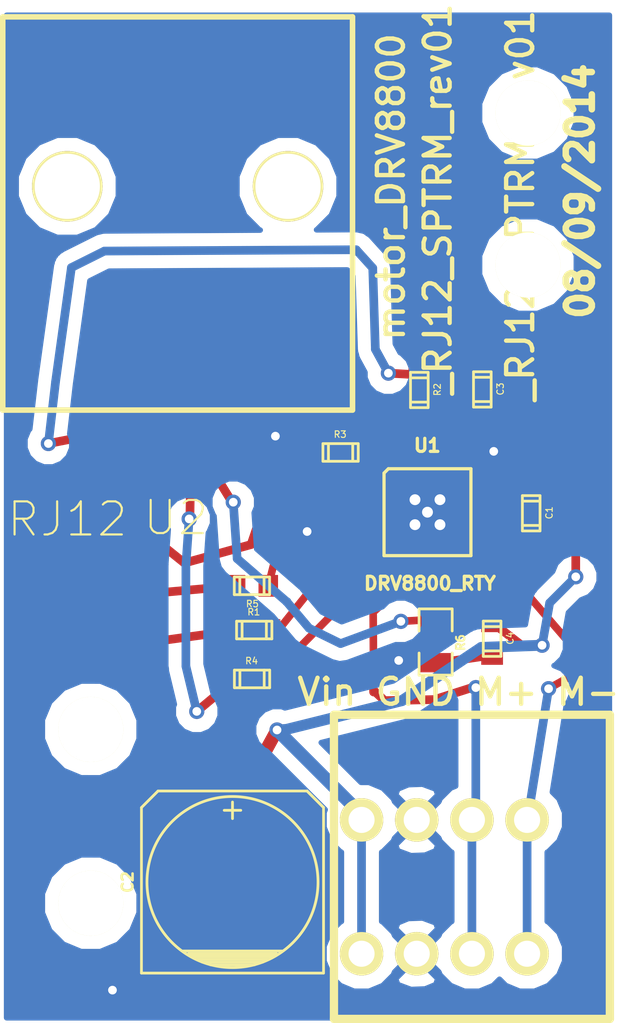
<source format=kicad_pcb>
(kicad_pcb (version 3) (host pcbnew "(2013-08-24 BZR 4298)-stable")

  (general
    (links 38)
    (no_connects 0)
    (area 33.497999 19.97347 66.721429 70.090501)
    (thickness 1.6)
    (drawings 5)
    (tracks 151)
    (zones 0)
    (modules 17)
    (nets 18)
  )

  (page A)
  (layers
    (15 F.Cu signal)
    (0 B.Cu signal)
    (16 B.Adhes user)
    (17 F.Adhes user)
    (18 B.Paste user)
    (19 F.Paste user)
    (20 B.SilkS user)
    (21 F.SilkS user)
    (22 B.Mask user)
    (23 F.Mask user)
    (24 Dwgs.User user)
    (25 Cmts.User user)
    (26 Eco1.User user)
    (27 Eco2.User user)
    (28 Edge.Cuts user)
  )

  (setup
    (last_trace_width 0.25)
    (user_trace_width 0.2)
    (user_trace_width 0.25)
    (user_trace_width 0.3)
    (user_trace_width 0.35)
    (user_trace_width 0.4)
    (user_trace_width 0.5)
    (user_trace_width 0.6)
    (user_trace_width 0.7)
    (user_trace_width 0.8)
    (user_trace_width 0.9)
    (user_trace_width 1)
    (user_trace_width 2)
    (trace_clearance 0.2)
    (zone_clearance 0.6)
    (zone_45_only no)
    (trace_min 0.1)
    (segment_width 0.2)
    (edge_width 0.1)
    (via_size 0.7)
    (via_drill 0.4)
    (via_min_size 0.7)
    (via_min_drill 0.4)
    (uvia_size 0.4)
    (uvia_drill 0.127)
    (uvias_allowed no)
    (uvia_min_size 0.4)
    (uvia_min_drill 0.127)
    (pcb_text_width 0.3)
    (pcb_text_size 1.5 1.5)
    (mod_edge_width 0.15)
    (mod_text_size 1 1)
    (mod_text_width 0.15)
    (pad_size 2 2)
    (pad_drill 1.2)
    (pad_to_mask_clearance 0)
    (aux_axis_origin 0 0)
    (visible_elements 7FFFFFFF)
    (pcbplotparams
      (layerselection 284983297)
      (usegerberextensions true)
      (excludeedgelayer true)
      (linewidth 0.150000)
      (plotframeref false)
      (viasonmask false)
      (mode 1)
      (useauxorigin false)
      (hpglpennumber 1)
      (hpglpenspeed 20)
      (hpglpendiameter 15)
      (hpglpenoverlay 2)
      (psnegative false)
      (psa4output false)
      (plotreference true)
      (plotvalue true)
      (plotothertext true)
      (plotinvisibletext false)
      (padsonsilk false)
      (subtractmaskfromsilk false)
      (outputformat 1)
      (mirror false)
      (drillshape 0)
      (scaleselection 1)
      (outputdirectory ""))
  )

  (net 0 "")
  (net 1 CS)
  (net 2 GND)
  (net 3 MODE)
  (net 4 Motor1OutA)
  (net 5 Motor1OutB)
  (net 6 N-000001)
  (net 7 N-0000015)
  (net 8 N-0000017)
  (net 9 N-0000019)
  (net 10 N-000002)
  (net 11 N-0000021)
  (net 12 N-0000022)
  (net 13 N-000008)
  (net 14 PHASE)
  (net 15 PWM)
  (net 16 VDD)
  (net 17 Vin)

  (net_class Default "This is the default net class."
    (clearance 0.2)
    (trace_width 0.25)
    (via_dia 0.7)
    (via_drill 0.4)
    (uvia_dia 0.4)
    (uvia_drill 0.127)
    (add_net "")
    (add_net CS)
    (add_net GND)
    (add_net MODE)
    (add_net Motor1OutA)
    (add_net Motor1OutB)
    (add_net N-000001)
    (add_net N-0000015)
    (add_net N-0000017)
    (add_net N-0000019)
    (add_net N-000002)
    (add_net N-0000021)
    (add_net N-0000022)
    (add_net N-000008)
    (add_net PHASE)
    (add_net PWM)
    (add_net VDD)
    (add_net Vin)
  )

  (module TED_SM0603 (layer F.Cu) (tedit 53E16D63) (tstamp 537EB075)
    (at 49.375 43.625)
    (descr "SMT capacitor, 0603")
    (path /5260A766)
    (fp_text reference R3 (at -0.02 -0.83) (layer F.SilkS)
      (effects (font (size 0.3 0.3) (thickness 0.05)))
    )
    (fp_text value 1k (at 0 0.88) (layer F.SilkS) hide
      (effects (font (size 0.3 0.3) (thickness 0.05)))
    )
    (fp_line (start 0.5588 0.4064) (end 0.5588 -0.4064) (layer F.SilkS) (width 0.127))
    (fp_line (start -0.5588 -0.381) (end -0.5588 0.4064) (layer F.SilkS) (width 0.127))
    (fp_line (start -0.8128 -0.4064) (end 0.8128 -0.4064) (layer F.SilkS) (width 0.127))
    (fp_line (start 0.8128 -0.4064) (end 0.8128 0.4064) (layer F.SilkS) (width 0.127))
    (fp_line (start 0.8128 0.4064) (end -0.8128 0.4064) (layer F.SilkS) (width 0.127))
    (fp_line (start -0.8128 0.4064) (end -0.8128 -0.4064) (layer F.SilkS) (width 0.127))
    (pad 2 smd rect (at 0.75184 0) (size 0.89916 1.00076)
      (layers F.Cu F.Paste F.Mask)
      (net 3 MODE)
      (clearance 0.1)
    )
    (pad 1 smd rect (at -0.75184 0) (size 0.89916 1.00076)
      (layers F.Cu F.Paste F.Mask)
      (net 8 N-0000017)
      (clearance 0.1)
    )
    (model smd/capacitors/c_0603.wrl
      (at (xyz 0 0 0))
      (scale (xyz 1 1 1))
      (rotate (xyz 0 0 0))
    )
  )

  (module TED_SM0603 (layer F.Cu) (tedit 53E16D63) (tstamp 537EB081)
    (at 45.295 49.765 180)
    (descr "SMT capacitor, 0603")
    (path /5260A77F)
    (fp_text reference R5 (at -0.02 -0.83 180) (layer F.SilkS)
      (effects (font (size 0.3 0.3) (thickness 0.05)))
    )
    (fp_text value 1k (at 0 0.88 180) (layer F.SilkS) hide
      (effects (font (size 0.3 0.3) (thickness 0.05)))
    )
    (fp_line (start 0.5588 0.4064) (end 0.5588 -0.4064) (layer F.SilkS) (width 0.127))
    (fp_line (start -0.5588 -0.381) (end -0.5588 0.4064) (layer F.SilkS) (width 0.127))
    (fp_line (start -0.8128 -0.4064) (end 0.8128 -0.4064) (layer F.SilkS) (width 0.127))
    (fp_line (start 0.8128 -0.4064) (end 0.8128 0.4064) (layer F.SilkS) (width 0.127))
    (fp_line (start 0.8128 0.4064) (end -0.8128 0.4064) (layer F.SilkS) (width 0.127))
    (fp_line (start -0.8128 0.4064) (end -0.8128 -0.4064) (layer F.SilkS) (width 0.127))
    (pad 2 smd rect (at 0.75184 0 180) (size 0.89916 1.00076)
      (layers F.Cu F.Paste F.Mask)
      (net 9 N-0000019)
      (clearance 0.1)
    )
    (pad 1 smd rect (at -0.75184 0 180) (size 0.89916 1.00076)
      (layers F.Cu F.Paste F.Mask)
      (net 14 PHASE)
      (clearance 0.1)
    )
    (model smd/capacitors/c_0603.wrl
      (at (xyz 0 0 0))
      (scale (xyz 1 1 1))
      (rotate (xyz 0 0 0))
    )
  )

  (module TED_SM0603 (layer F.Cu) (tedit 53E16D63) (tstamp 537EB08D)
    (at 45.3 54.05)
    (descr "SMT capacitor, 0603")
    (path /5260A785)
    (fp_text reference R4 (at -0.02 -0.83) (layer F.SilkS)
      (effects (font (size 0.3 0.3) (thickness 0.05)))
    )
    (fp_text value 1k (at 0 0.88) (layer F.SilkS) hide
      (effects (font (size 0.3 0.3) (thickness 0.05)))
    )
    (fp_line (start 0.5588 0.4064) (end 0.5588 -0.4064) (layer F.SilkS) (width 0.127))
    (fp_line (start -0.5588 -0.381) (end -0.5588 0.4064) (layer F.SilkS) (width 0.127))
    (fp_line (start -0.8128 -0.4064) (end 0.8128 -0.4064) (layer F.SilkS) (width 0.127))
    (fp_line (start 0.8128 -0.4064) (end 0.8128 0.4064) (layer F.SilkS) (width 0.127))
    (fp_line (start 0.8128 0.4064) (end -0.8128 0.4064) (layer F.SilkS) (width 0.127))
    (fp_line (start -0.8128 0.4064) (end -0.8128 -0.4064) (layer F.SilkS) (width 0.127))
    (pad 2 smd rect (at 0.75184 0) (size 0.89916 1.00076)
      (layers F.Cu F.Paste F.Mask)
      (net 15 PWM)
      (clearance 0.1)
    )
    (pad 1 smd rect (at -0.75184 0) (size 0.89916 1.00076)
      (layers F.Cu F.Paste F.Mask)
      (net 7 N-0000015)
      (clearance 0.1)
    )
    (model smd/capacitors/c_0603.wrl
      (at (xyz 0 0 0))
      (scale (xyz 1 1 1))
      (rotate (xyz 0 0 0))
    )
  )

  (module TED_SM0603 (layer F.Cu) (tedit 53E16D63) (tstamp 537EB099)
    (at 58.15 46.425 270)
    (descr "SMT capacitor, 0603")
    (path /532CD1F4)
    (fp_text reference C1 (at -0.02 -0.83 270) (layer F.SilkS)
      (effects (font (size 0.3 0.3) (thickness 0.05)))
    )
    (fp_text value ".1uF (50v)" (at 0 0.88 270) (layer F.SilkS) hide
      (effects (font (size 0.3 0.3) (thickness 0.05)))
    )
    (fp_line (start 0.5588 0.4064) (end 0.5588 -0.4064) (layer F.SilkS) (width 0.127))
    (fp_line (start -0.5588 -0.381) (end -0.5588 0.4064) (layer F.SilkS) (width 0.127))
    (fp_line (start -0.8128 -0.4064) (end 0.8128 -0.4064) (layer F.SilkS) (width 0.127))
    (fp_line (start 0.8128 -0.4064) (end 0.8128 0.4064) (layer F.SilkS) (width 0.127))
    (fp_line (start 0.8128 0.4064) (end -0.8128 0.4064) (layer F.SilkS) (width 0.127))
    (fp_line (start -0.8128 0.4064) (end -0.8128 -0.4064) (layer F.SilkS) (width 0.127))
    (pad 2 smd rect (at 0.75184 0 270) (size 0.89916 1.00076)
      (layers F.Cu F.Paste F.Mask)
      (net 10 N-000002)
      (clearance 0.1)
    )
    (pad 1 smd rect (at -0.75184 0 270) (size 0.89916 1.00076)
      (layers F.Cu F.Paste F.Mask)
      (net 6 N-000001)
      (clearance 0.1)
    )
    (model smd/capacitors/c_0603.wrl
      (at (xyz 0 0 0))
      (scale (xyz 1 1 1))
      (rotate (xyz 0 0 0))
    )
  )

  (module TED_SM0603 (layer F.Cu) (tedit 53E16D63) (tstamp 537EB0B1)
    (at 45.4 51.8)
    (descr "SMT capacitor, 0603")
    (path /532CD08D)
    (fp_text reference R1 (at -0.02 -0.83) (layer F.SilkS)
      (effects (font (size 0.3 0.3) (thickness 0.05)))
    )
    (fp_text value 3.3k (at 0 0.88) (layer F.SilkS) hide
      (effects (font (size 0.3 0.3) (thickness 0.05)))
    )
    (fp_line (start 0.5588 0.4064) (end 0.5588 -0.4064) (layer F.SilkS) (width 0.127))
    (fp_line (start -0.5588 -0.381) (end -0.5588 0.4064) (layer F.SilkS) (width 0.127))
    (fp_line (start -0.8128 -0.4064) (end 0.8128 -0.4064) (layer F.SilkS) (width 0.127))
    (fp_line (start 0.8128 -0.4064) (end 0.8128 0.4064) (layer F.SilkS) (width 0.127))
    (fp_line (start 0.8128 0.4064) (end -0.8128 0.4064) (layer F.SilkS) (width 0.127))
    (fp_line (start -0.8128 0.4064) (end -0.8128 -0.4064) (layer F.SilkS) (width 0.127))
    (pad 2 smd rect (at 0.75184 0) (size 0.89916 1.00076)
      (layers F.Cu F.Paste F.Mask)
      (net 13 N-000008)
      (clearance 0.1)
    )
    (pad 1 smd rect (at -0.75184 0) (size 0.89916 1.00076)
      (layers F.Cu F.Paste F.Mask)
      (net 16 VDD)
      (clearance 0.1)
    )
    (model smd/capacitors/c_0603.wrl
      (at (xyz 0 0 0))
      (scale (xyz 1 1 1))
      (rotate (xyz 0 0 0))
    )
  )

  (module TED_SM0603 (layer F.Cu) (tedit 53E16D63) (tstamp 537EB0BD)
    (at 53 40.75 270)
    (descr "SMT capacitor, 0603")
    (path /532CCFD5)
    (fp_text reference R2 (at -0.02 -0.83 270) (layer F.SilkS)
      (effects (font (size 0.3 0.3) (thickness 0.05)))
    )
    (fp_text value 3.3k (at 0 0.88 270) (layer F.SilkS) hide
      (effects (font (size 0.3 0.3) (thickness 0.05)))
    )
    (fp_line (start 0.5588 0.4064) (end 0.5588 -0.4064) (layer F.SilkS) (width 0.127))
    (fp_line (start -0.5588 -0.381) (end -0.5588 0.4064) (layer F.SilkS) (width 0.127))
    (fp_line (start -0.8128 -0.4064) (end 0.8128 -0.4064) (layer F.SilkS) (width 0.127))
    (fp_line (start 0.8128 -0.4064) (end 0.8128 0.4064) (layer F.SilkS) (width 0.127))
    (fp_line (start 0.8128 0.4064) (end -0.8128 0.4064) (layer F.SilkS) (width 0.127))
    (fp_line (start -0.8128 0.4064) (end -0.8128 -0.4064) (layer F.SilkS) (width 0.127))
    (pad 2 smd rect (at 0.75184 0 270) (size 0.89916 1.00076)
      (layers F.Cu F.Paste F.Mask)
      (net 12 N-0000022)
      (clearance 0.1)
    )
    (pad 1 smd rect (at -0.75184 0 270) (size 0.89916 1.00076)
      (layers F.Cu F.Paste F.Mask)
      (net 16 VDD)
      (clearance 0.1)
    )
    (model smd/capacitors/c_0603.wrl
      (at (xyz 0 0 0))
      (scale (xyz 1 1 1))
      (rotate (xyz 0 0 0))
    )
  )

  (module TED_SM0603 (layer F.Cu) (tedit 53E16D63) (tstamp 537EB0C9)
    (at 55.9 40.725 270)
    (descr "SMT capacitor, 0603")
    (path /532CCF4F)
    (fp_text reference C3 (at -0.02 -0.83 270) (layer F.SilkS)
      (effects (font (size 0.3 0.3) (thickness 0.05)))
    )
    (fp_text value ".1uF (50v)" (at 0 0.88 270) (layer F.SilkS) hide
      (effects (font (size 0.3 0.3) (thickness 0.05)))
    )
    (fp_line (start 0.5588 0.4064) (end 0.5588 -0.4064) (layer F.SilkS) (width 0.127))
    (fp_line (start -0.5588 -0.381) (end -0.5588 0.4064) (layer F.SilkS) (width 0.127))
    (fp_line (start -0.8128 -0.4064) (end 0.8128 -0.4064) (layer F.SilkS) (width 0.127))
    (fp_line (start 0.8128 -0.4064) (end 0.8128 0.4064) (layer F.SilkS) (width 0.127))
    (fp_line (start 0.8128 0.4064) (end -0.8128 0.4064) (layer F.SilkS) (width 0.127))
    (fp_line (start -0.8128 0.4064) (end -0.8128 -0.4064) (layer F.SilkS) (width 0.127))
    (pad 2 smd rect (at 0.75184 0 270) (size 0.89916 1.00076)
      (layers F.Cu F.Paste F.Mask)
      (net 11 N-0000021)
      (clearance 0.1)
    )
    (pad 1 smd rect (at -0.75184 0 270) (size 0.89916 1.00076)
      (layers F.Cu F.Paste F.Mask)
      (net 17 Vin)
      (clearance 0.1)
    )
    (model smd/capacitors/c_0603.wrl
      (at (xyz 0 0 0))
      (scale (xyz 1 1 1))
      (rotate (xyz 0 0 0))
    )
  )

  (module TED_SM0603 (layer F.Cu) (tedit 53E16D63) (tstamp 537EB0D5)
    (at 56.35 52.2 270)
    (descr "SMT capacitor, 0603")
    (path /532CCE8D)
    (fp_text reference C4 (at -0.02 -0.83 270) (layer F.SilkS)
      (effects (font (size 0.3 0.3) (thickness 0.05)))
    )
    (fp_text value ".1uF 50v" (at 0 0.88 270) (layer F.SilkS) hide
      (effects (font (size 0.3 0.3) (thickness 0.05)))
    )
    (fp_line (start 0.5588 0.4064) (end 0.5588 -0.4064) (layer F.SilkS) (width 0.127))
    (fp_line (start -0.5588 -0.381) (end -0.5588 0.4064) (layer F.SilkS) (width 0.127))
    (fp_line (start -0.8128 -0.4064) (end 0.8128 -0.4064) (layer F.SilkS) (width 0.127))
    (fp_line (start 0.8128 -0.4064) (end 0.8128 0.4064) (layer F.SilkS) (width 0.127))
    (fp_line (start 0.8128 0.4064) (end -0.8128 0.4064) (layer F.SilkS) (width 0.127))
    (fp_line (start -0.8128 0.4064) (end -0.8128 -0.4064) (layer F.SilkS) (width 0.127))
    (pad 2 smd rect (at 0.75184 0 270) (size 0.89916 1.00076)
      (layers F.Cu F.Paste F.Mask)
      (net 2 GND)
      (clearance 0.1)
    )
    (pad 1 smd rect (at -0.75184 0 270) (size 0.89916 1.00076)
      (layers F.Cu F.Paste F.Mask)
      (net 17 Vin)
      (clearance 0.1)
    )
    (model smd/capacitors/c_0603.wrl
      (at (xyz 0 0 0))
      (scale (xyz 1 1 1))
      (rotate (xyz 0 0 0))
    )
  )

  (module TED_QFN16+1 (layer F.Cu) (tedit 53E16CCB) (tstamp 537EB0F5)
    (at 53.375 46.375)
    (path /53880556)
    (solder_mask_margin 0.1)
    (solder_paste_margin -0.1)
    (solder_paste_ratio -0.2)
    (clearance 0.1)
    (fp_text reference U1 (at -0.01 -3.07) (layer F.SilkS)
      (effects (font (size 0.6 0.6) (thickness 0.15)))
    )
    (fp_text value DRV8800_RTY (at 0.11 3.28) (layer F.SilkS)
      (effects (font (size 0.6 0.6) (thickness 0.15)))
    )
    (fp_line (start -1.8 -2) (end 2 -2) (layer F.SilkS) (width 0.14986))
    (fp_line (start -2 -1.8) (end -2 2) (layer F.SilkS) (width 0.14986))
    (fp_line (start -1.8 -2) (end -2 -1.8) (layer F.SilkS) (width 0.14986))
    (fp_line (start 2 2) (end -2 2) (layer F.SilkS) (width 0.14986))
    (fp_line (start 2 -2) (end 2 2) (layer F.SilkS) (width 0.14986))
    (pad 17 smd rect (at 0 0 270) (size 2.1 2.1)
      (layers F.Cu F.Paste F.Mask)
      (net 2 GND)
      (zone_connect 2)
    )
    (pad 1 smd rect (at -1.9 -0.975) (size 1 0.35)
      (layers F.Cu F.Paste F.Mask)
      (net 14 PHASE)
    )
    (pad 2 smd rect (at -1.9 -0.325) (size 1 0.35)
      (layers F.Cu F.Paste F.Mask)
      (net 2 GND)
    )
    (pad 3 smd rect (at -1.9 0.325) (size 1 0.35)
      (layers F.Cu F.Paste F.Mask)
      (net 13 N-000008)
    )
    (pad 4 smd rect (at -1.9 0.975) (size 1 0.35)
      (layers F.Cu F.Paste F.Mask)
      (net 15 PWM)
    )
    (pad 5 smd rect (at -0.975 1.9 270) (size 1 0.35)
      (layers F.Cu F.Paste F.Mask)
    )
    (pad 6 smd rect (at -0.325 1.9 270) (size 1 0.35)
      (layers F.Cu F.Paste F.Mask)
      (net 4 Motor1OutA)
    )
    (pad 7 smd rect (at 0.325 1.9 270) (size 1 0.35)
      (layers F.Cu F.Paste F.Mask)
      (net 1 CS)
    )
    (pad 8 smd rect (at 0.975 1.9 270) (size 1 0.35)
      (layers F.Cu F.Paste F.Mask)
      (net 17 Vin)
    )
    (pad 9 smd rect (at 1.9 0.975) (size 1 0.35)
      (layers F.Cu F.Paste F.Mask)
      (net 5 Motor1OutB)
    )
    (pad 10 smd rect (at 1.9 0.325) (size 1 0.35)
      (layers F.Cu F.Paste F.Mask)
      (net 10 N-000002)
    )
    (pad 11 smd rect (at 1.9 -0.325) (size 1 0.35)
      (layers F.Cu F.Paste F.Mask)
      (net 6 N-000001)
    )
    (pad 12 smd rect (at 1.9 -0.975) (size 1 0.35)
      (layers F.Cu F.Paste F.Mask)
      (net 2 GND)
    )
    (pad 13 smd rect (at 0.975 -1.9 270) (size 1 0.35)
      (layers F.Cu F.Paste F.Mask)
      (net 11 N-0000021)
    )
    (pad 14 smd rect (at 0.325 -1.9 270) (size 1 0.35)
      (layers F.Cu F.Paste F.Mask)
    )
    (pad 15 smd rect (at -0.325 -1.9 270) (size 1 0.35)
      (layers F.Cu F.Paste F.Mask)
      (net 12 N-0000022)
    )
    (pad 16 smd rect (at -0.975 -1.9 270) (size 1 0.35)
      (layers F.Cu F.Paste F.Mask)
      (net 3 MODE)
    )
    (pad 17 thru_hole circle (at 0 0 270) (size 0.5 0.5) (drill 0.5)
      (layers *.Cu)
      (net 2 GND)
      (zone_connect 2)
    )
    (pad 17 thru_hole circle (at 0.575 -0.575 270) (size 0.5 0.5) (drill 0.5)
      (layers *.Cu)
      (net 2 GND)
      (zone_connect 2)
    )
    (pad 17 thru_hole circle (at -0.575 -0.575 270) (size 0.5 0.5) (drill 0.5)
      (layers *.Cu)
      (net 2 GND)
      (zone_connect 2)
    )
    (pad 17 thru_hole circle (at 0.575 0.575 270) (size 0.5 0.5) (drill 0.5)
      (layers *.Cu)
      (net 2 GND)
      (zone_connect 2)
    )
    (pad 17 thru_hole circle (at -0.575 0.575 270) (size 0.5 0.5) (drill 0.5)
      (layers *.Cu)
      (net 2 GND)
      (zone_connect 2)
    )
    (pad 17 smd rect (at 0 0 270) (size 2.1 2.1)
      (layers B.Cu B.Paste B.Mask)
      (net 2 GND)
      (zone_connect 2)
    )
    (model smd/qfn24.wrl
      (at (xyz 0 0 0))
      (scale (xyz 1 1 1))
      (rotate (xyz 0 0 0))
    )
  )

  (module TED_RJ12_955016669 (layer F.Cu) (tedit 53E68FB5) (tstamp 537E7C4C)
    (at 41.875 31.375 180)
    (path /537E7BB7)
    (fp_text reference U2 (at 0.08 -15.26 180) (layer F.SilkS)
      (effects (font (thickness 0.09906)))
    )
    (fp_text value RJ12 (at 5.075 -15.325 180) (layer F.SilkS)
      (effects (font (thickness 0.09906)))
    )
    (fp_line (start -8.05 -10.3) (end 8.05 -10.3) (layer F.SilkS) (width 0.254))
    (fp_line (start 8.05 -10.3) (end 8.05 7.8) (layer F.SilkS) (width 0.254))
    (fp_line (start 8.05 7.8) (end -8.05 7.8) (layer F.SilkS) (width 0.254))
    (fp_line (start -8.05 7.8) (end -8.05 -10.3) (layer F.SilkS) (width 0.254))
    (pad 1 smd rect (at -3.175 -10.225 180) (size 0.76 6.35)
      (layers F.Cu F.Paste F.Mask)
      (net 2 GND)
      (clearance 0.2)
    )
    (pad 3 smd rect (at -0.635 -10.225 180) (size 0.76 6.35)
      (layers F.Cu F.Paste F.Mask)
      (net 7 N-0000015)
      (clearance 0.2)
    )
    (pad 5 smd rect (at 1.905 -10.225 180) (size 0.76 6.35)
      (layers F.Cu F.Paste F.Mask)
      (net 9 N-0000019)
      (clearance 0.2)
    )
    (pad 4 smd rect (at 0.635 -10.225 180) (size 0.76 6.35)
      (layers F.Cu F.Paste F.Mask)
      (net 8 N-0000017)
      (clearance 0.2)
    )
    (pad 6 smd rect (at 3.175 -10.225 180) (size 0.76 6.35)
      (layers F.Cu F.Paste F.Mask)
      (net 16 VDD)
      (clearance 0.2)
    )
    (pad "" np_thru_hole circle (at 5.08 0 180) (size 3.25 3.25) (drill 3)
      (layers *.Cu *.Mask F.SilkS)
      (clearance 0.3)
    )
    (pad "" np_thru_hole circle (at -5.08 0 180) (size 3.25 3.25) (drill 3)
      (layers *.Cu *.Mask F.SilkS)
      (clearance 0.3)
    )
    (pad 2 smd rect (at -1.905 -10.225 180) (size 0.76 6.35)
      (layers F.Cu F.Paste F.Mask)
      (net 1 CS)
      (clearance 0.2)
    )
  )

  (module TED_SM0805 (layer F.Cu) (tedit 522E5F71) (tstamp 538A06E0)
    (at 53.75 52.35 270)
    (path /532CD0D4)
    (attr smd)
    (fp_text reference R6 (at 0.0254 -1.14808 270) (layer F.SilkS)
      (effects (font (size 0.381 0.381) (thickness 0.09398)))
    )
    (fp_text value 10m (at 0.10668 1.19888 270) (layer F.SilkS) hide
      (effects (font (size 0.381 0.381) (thickness 0.09398)))
    )
    (fp_line (start -0.508 0.762) (end -1.524 0.762) (layer F.SilkS) (width 0.127))
    (fp_line (start -1.524 0.762) (end -1.524 -0.762) (layer F.SilkS) (width 0.127))
    (fp_line (start -1.524 -0.762) (end -0.508 -0.762) (layer F.SilkS) (width 0.127))
    (fp_line (start 0.508 -0.762) (end 1.524 -0.762) (layer F.SilkS) (width 0.127))
    (fp_line (start 1.524 -0.762) (end 1.524 0.762) (layer F.SilkS) (width 0.127))
    (fp_line (start 1.524 0.762) (end 0.508 0.762) (layer F.SilkS) (width 0.127))
    (pad 1 smd rect (at -0.9525 0 270) (size 0.889 1.397)
      (layers F.Cu F.Paste F.Mask)
      (net 1 CS)
    )
    (pad 2 smd rect (at 0.9525 0 270) (size 0.889 1.397)
      (layers F.Cu F.Paste F.Mask)
      (net 2 GND)
    )
    (model smd/chip_cms.wrl
      (at (xyz 0 0 0))
      (scale (xyz 0.1 0.1 0.1))
      (rotate (xyz 0 0 0))
    )
  )

  (module TED_c_elec_8x10 (layer F.Cu) (tedit 53E67E5A) (tstamp 53C81ADF)
    (at 44.4 63.4 90)
    (descr "SMT capacitor, aluminium electrolytic, 8x10")
    (path /53C81A44)
    (fp_text reference C2 (at 0 -4.826 90) (layer F.SilkS)
      (effects (font (size 0.50038 0.50038) (thickness 0.11938)))
    )
    (fp_text value "100uF 50v" (at -5.85 -0.65 180) (layer F.SilkS) hide
      (effects (font (size 0.50038 0.50038) (thickness 0.11938)))
    )
    (fp_line (start -3.81 -1.016) (end -3.81 1.016) (layer F.SilkS) (width 0.127))
    (fp_line (start -3.683 1.397) (end -3.683 -1.397) (layer F.SilkS) (width 0.127))
    (fp_line (start -3.556 -1.651) (end -3.556 1.651) (layer F.SilkS) (width 0.127))
    (fp_line (start -3.429 1.905) (end -3.429 -1.905) (layer F.SilkS) (width 0.127))
    (fp_line (start -3.302 2.032) (end -3.302 -2.032) (layer F.SilkS) (width 0.127))
    (fp_line (start -3.175 -2.286) (end -3.175 2.286) (layer F.SilkS) (width 0.127))
    (fp_circle (center 0 0) (end 3.937 0) (layer F.SilkS) (width 0.127))
    (fp_line (start -4.191 -4.191) (end -4.191 4.191) (layer F.SilkS) (width 0.127))
    (fp_line (start -4.191 4.191) (end 3.429 4.191) (layer F.SilkS) (width 0.127))
    (fp_line (start 3.429 4.191) (end 4.191 3.429) (layer F.SilkS) (width 0.127))
    (fp_line (start 4.191 3.429) (end 4.191 -3.429) (layer F.SilkS) (width 0.127))
    (fp_line (start 4.191 -3.429) (end 3.429 -4.191) (layer F.SilkS) (width 0.127))
    (fp_line (start 3.429 -4.191) (end -4.191 -4.191) (layer F.SilkS) (width 0.127))
    (fp_line (start 3.683 0) (end 2.921 0) (layer F.SilkS) (width 0.127))
    (fp_line (start 3.302 -0.381) (end 3.302 0.381) (layer F.SilkS) (width 0.127))
    (pad 1 smd rect (at 3.2512 0 90) (size 3.50012 2.4003)
      (layers F.Cu F.Paste F.Mask)
      (net 17 Vin)
    )
    (pad 2 smd rect (at -3.2512 0 90) (size 3.50012 2.4003)
      (layers F.Cu F.Paste F.Mask)
      (net 2 GND)
    )
    (model smd/capacitors/c_elec_8x10.wrl
      (at (xyz 0 0 0))
      (scale (xyz 1 1 1))
      (rotate (xyz 0 0 0))
    )
  )

  (module TED_Hole_3mm (layer F.Cu) (tedit 53C810C0) (tstamp 537E7DDE)
    (at 37.875 56.375 90)
    (path /52D61D21)
    (fp_text reference H2 (at -0.05 -2.425 90) (layer F.SilkS) hide
      (effects (font (size 1 1) (thickness 0.15)))
    )
    (fp_text value HOLE (at 0.25 2.6 90) (layer F.SilkS) hide
      (effects (font (size 1 1) (thickness 0.15)))
    )
    (pad "" np_thru_hole circle (at 0 0 90) (size 3 3) (drill 3)
      (layers *.Cu *.Mask F.SilkS)
    )
  )

  (module TED_Hole_3mm (layer F.Cu) (tedit 53C810C0) (tstamp 537EB109)
    (at 37.875 64.375 90)
    (path /52D61D03)
    (fp_text reference H1 (at -0.05 -2.425 90) (layer F.SilkS) hide
      (effects (font (size 1 1) (thickness 0.15)))
    )
    (fp_text value HOLE (at 0.25 2.6 90) (layer F.SilkS) hide
      (effects (font (size 1 1) (thickness 0.15)))
    )
    (pad "" np_thru_hole circle (at 0 0 90) (size 3 3) (drill 3)
      (layers *.Cu *.Mask F.SilkS)
    )
  )

  (module TED_TERMINAL_SPRING_2.54MM_4PIN (layer F.Cu) (tedit 53E68032) (tstamp 53E67D27)
    (at 54.15 62.7)
    (path /53E67CB5)
    (fp_text reference J1 (at -6.4 -4.7) (layer F.SilkS) hide
      (effects (font (thickness 0.3048)))
    )
    (fp_text value TERMINAL_4X1 (at -2.6 6.4) (layer F.SilkS) hide
      (effects (font (size 1.016 1.016) (thickness 0.254)))
    )
    (fp_line (start -5.08 -7) (end -5.08 7) (layer F.SilkS) (width 0.381))
    (fp_line (start -5.08 7) (end 7.62 7) (layer F.SilkS) (width 0.381))
    (fp_line (start 7.62 7) (end 7.62 -7) (layer F.SilkS) (width 0.381))
    (fp_line (start 7.62 -7) (end -5.08 -7) (layer F.SilkS) (width 0.381))
    (pad 4 thru_hole circle (at 3.81 -2.16) (size 2 2) (drill 1.2)
      (layers *.Mask B.Cu F.SilkS)
      (net 5 Motor1OutB)
    )
    (pad 3 thru_hole circle (at 1.27 -2.16) (size 2 2) (drill 1.2)
      (layers *.Mask B.Cu F.SilkS)
      (net 4 Motor1OutA)
    )
    (pad 3 thru_hole circle (at 1.27 4) (size 2 2) (drill 1.2)
      (layers *.Mask B.Cu F.SilkS)
      (net 4 Motor1OutA)
    )
    (pad 4 thru_hole circle (at 3.81 4) (size 2 2) (drill 1.2)
      (layers *.Mask B.Cu F.SilkS)
      (net 5 Motor1OutB)
    )
    (pad 2 thru_hole circle (at -1.27 4) (size 2 2) (drill 1.2)
      (layers *.Mask B.Cu F.SilkS)
      (net 2 GND)
    )
    (pad 1 thru_hole circle (at -3.81 4) (size 2 2) (drill 1.2)
      (layers *.Mask B.Cu F.SilkS)
      (net 17 Vin)
    )
    (pad 1 thru_hole circle (at -3.81 -2.16) (size 2 2) (drill 1.2)
      (layers *.Mask B.Cu F.SilkS)
      (net 17 Vin)
    )
    (pad 2 thru_hole circle (at -1.27 -2.16) (size 2 2) (drill 1.2)
      (layers *.Mask B.Cu F.SilkS)
      (net 2 GND)
    )
  )

  (module TED_Hole_3mm (layer F.Cu) (tedit 53C810C0) (tstamp 53E691DF)
    (at 58 28)
    (path /53E6805F)
    (fp_text reference H3 (at -0.05 -2.425) (layer F.SilkS) hide
      (effects (font (size 1 1) (thickness 0.15)))
    )
    (fp_text value HOLE (at 0.25 2.6) (layer F.SilkS) hide
      (effects (font (size 1 1) (thickness 0.15)))
    )
    (pad "" np_thru_hole circle (at 0 0) (size 3 3) (drill 3)
      (layers *.Cu *.Mask F.SilkS)
    )
  )

  (module TED_Hole_3mm (layer F.Cu) (tedit 53C810C0) (tstamp 53E691F1)
    (at 58 35)
    (path /53E680B6)
    (fp_text reference H4 (at -0.05 -2.425) (layer F.SilkS) hide
      (effects (font (size 1 1) (thickness 0.15)))
    )
    (fp_text value HOLE (at 0.25 2.6) (layer F.SilkS) hide
      (effects (font (size 1 1) (thickness 0.15)))
    )
    (pad "" np_thru_hole circle (at 0 0) (size 3 3) (drill 3)
      (layers *.Cu *.Mask F.SilkS)
    )
  )

  (gr_text _RJ12_SPTRM_rev01 (at 57.65 32.25 90) (layer F.SilkS)
    (effects (font (size 1.2 1.2) (thickness 0.2)))
  )
  (gr_text _RJ12_SPTRM_rev01 (at 53.85 31.95 90) (layer F.SilkS)
    (effects (font (size 1.2 1.2) (thickness 0.2)))
  )
  (gr_text 08/09/2014 (at 60.4 31.6 90) (layer F.SilkS)
    (effects (font (size 1.2 1.2) (thickness 0.3)))
  )
  (gr_text motor_DRV8800 (at 51.7 31.4 90) (layer F.SilkS)
    (effects (font (size 1.2 1.2) (thickness 0.2)))
  )
  (gr_text "Vin GND M+ M-" (at 54.8 54.65) (layer F.SilkS)
    (effects (font (size 1.2 1.2) (thickness 0.2)))
  )

  (segment (start 43.78 41.6) (end 43.819366 45.005) (width 0.4) (layer F.Cu) (net 1) (status 10))
  (segment (start 43.819366 45.005) (end 44.29 45.77) (width 0.4) (layer F.Cu) (net 1) (tstamp 5390F09A))
  (segment (start 46.895 50.495) (end 46.895002 50.495) (width 0.4) (layer B.Cu) (net 1) (tstamp 5390F040))
  (segment (start 44.615 48.515) (end 46.895 50.495) (width 0.4) (layer B.Cu) (net 1) (tstamp 5390F03E))
  (segment (start 44.435 45.915) (end 44.615 48.515) (width 0.4) (layer B.Cu) (net 1) (tstamp 5390F03D))
  (via (at 44.435 45.915) (size 0.7) (layers F.Cu B.Cu) (net 1))
  (segment (start 44.29 45.77) (end 44.435 45.915) (width 0.4) (layer F.Cu) (net 1) (tstamp 5390F03B))
  (segment (start 46.88502 50.492424) (end 46.895002 50.495) (width 0.4) (layer B.Cu) (net 1))
  (segment (start 46.895002 50.495) (end 47.925 51.715) (width 0.4) (layer B.Cu) (net 1) (tstamp 5390F041))
  (segment (start 52.15 51.4) (end 53.825 51.3) (width 0.35) (layer F.Cu) (net 1) (tstamp 5388080C) (status 20))
  (segment (start 53.7 48.275) (end 53.709272 49.675) (width 0.35) (layer F.Cu) (net 1) (status 20))
  (segment (start 53.709272 49.675) (end 53.825 51.3) (width 0.35) (layer F.Cu) (net 1) (tstamp 538A0716) (status 20))
  (segment (start 52.15 51.4) (end 52.15 51.4) (width 0.4) (layer F.Cu) (net 1) (tstamp 5388080B))
  (via (at 52.15 51.4) (size 0.7) (layers F.Cu B.Cu) (net 1))
  (segment (start 49.375 52.425) (end 52.15 51.4) (width 0.4) (layer B.Cu) (net 1) (tstamp 53880808))
  (segment (start 47.925 51.715) (end 49.375 52.425) (width 0.4) (layer B.Cu) (net 1) (tstamp 53880807))
  (segment (start 46.88502 50.492424) (end 46.908956 50.493397) (width 0.4) (layer B.Cu) (net 1) (tstamp 53880805))
  (segment (start 44.4 66.6512) (end 39.6238 67.6262) (width 0.6) (layer F.Cu) (net 2) (status 10))
  (via (at 38.875 68.375) (size 0.7) (layers F.Cu B.Cu) (net 2))
  (segment (start 39.6238 67.6262) (end 38.875 68.375) (width 0.6) (layer F.Cu) (net 2) (tstamp 53C81AF5))
  (segment (start 55.275 45.4) (end 55.275 44.775) (width 0.35) (layer F.Cu) (net 2))
  (via (at 56.425 43.575) (size 0.7) (layers F.Cu B.Cu) (net 2))
  (segment (start 55.275 44.775) (end 56.425 43.575) (width 0.35) (layer F.Cu) (net 2) (tstamp 5391017A))
  (segment (start 45.05 41.6) (end 45.05 44.77) (width 0.4) (layer F.Cu) (net 2) (status 30))
  (segment (start 46.375 42.875) (end 46.415 42.915) (width 0.4) (layer B.Cu) (net 2) (tstamp 5390F04F))
  (via (at 46.375 42.875) (size 0.7) (layers F.Cu B.Cu) (net 2))
  (segment (start 45.485 43.255) (end 46.375 42.875) (width 0.4) (layer F.Cu) (net 2) (tstamp 5390F04D))
  (segment (start 45.065 44.755) (end 45.485 43.255) (width 0.4) (layer F.Cu) (net 2) (tstamp 5390F04C) (status 10))
  (segment (start 45.05 44.77) (end 45.065 44.755) (width 0.4) (layer F.Cu) (net 2) (tstamp 5390F04B) (status 30))
  (segment (start 51.475 46.05) (end 50.425 46.05) (width 0.35) (layer F.Cu) (net 2))
  (via (at 47.835 47.265) (size 0.7) (layers F.Cu B.Cu) (net 2))
  (segment (start 50.425 46.05) (end 48.875 46.375) (width 0.35) (layer F.Cu) (net 2) (tstamp 5388075D))
  (segment (start 48.875 46.375) (end 47.835 47.265) (width 0.35) (layer F.Cu) (net 2) (tstamp 5390EF31))
  (segment (start 53.8 53.15) (end 51.9 53.175) (width 0.4) (layer F.Cu) (net 2) (status 10))
  (via (at 52.05 53.2) (size 0.7) (layers F.Cu B.Cu) (net 2))
  (segment (start 51.9 53.175) (end 52.05 53.2) (width 0.4) (layer F.Cu) (net 2) (tstamp 53880717))
  (segment (start 56.35 52.95184) (end 53.95184 53.30184) (width 0.4) (layer F.Cu) (net 2) (status 10))
  (segment (start 53.95184 53.30184) (end 53.8 53.15) (width 0.4) (layer F.Cu) (net 2) (tstamp 53880710) (status 30))
  (segment (start 52.4 44.475) (end 52.375 43.875) (width 0.35) (layer F.Cu) (net 3))
  (segment (start 51.125 43.375) (end 50.12684 43.625) (width 0.35) (layer F.Cu) (net 3) (tstamp 538807C2) (status 20))
  (segment (start 52.375 43.875) (end 51.125 43.375) (width 0.35) (layer F.Cu) (net 3) (tstamp 538807C1))
  (segment (start 55.42 60.54) (end 55.42 66.7) (width 0.4) (layer B.Cu) (net 4))
  (segment (start 55.6 54.45) (end 55.6 60.36) (width 0.4) (layer B.Cu) (net 4))
  (via (at 55.6 54.45) (size 0.7) (layers F.Cu B.Cu) (net 4))
  (segment (start 55.6 54.45) (end 55.656375 54.393625) (width 0.4) (layer F.Cu) (net 4) (tstamp 53E5A87C))
  (segment (start 55.656375 54.393625) (end 55.656375 54.374057) (width 0.4) (layer F.Cu) (net 4) (tstamp 53E5A87D))
  (segment (start 55.656375 54.374058) (end 55.656375 54.374057) (width 0.4) (layer F.Cu) (net 4) (tstamp 53E5A87E))
  (segment (start 55.6 60.36) (end 55.42 60.54) (width 0.4) (layer B.Cu) (net 4) (tstamp 53E6919E))
  (segment (start 53.05 48.275) (end 53.025 49.075) (width 0.35) (layer F.Cu) (net 4))
  (segment (start 53.025 49.075) (end 50.875 50.975) (width 0.35) (layer F.Cu) (net 4) (tstamp 5388063F))
  (segment (start 50.875 50.975) (end 50.895652 54.574882) (width 0.35) (layer F.Cu) (net 4) (tstamp 538807F2))
  (segment (start 50.895652 54.574882) (end 50.8961 54.652891) (width 0.4) (layer F.Cu) (net 4) (tstamp 5390EEB3))
  (segment (start 50.895652 54.574882) (end 51.4 55.05) (width 0.4) (layer F.Cu) (net 4))
  (segment (start 51.4 55.05) (end 53.7 55) (width 0.4) (layer F.Cu) (net 4) (tstamp 5390EEB5))
  (segment (start 53.7 55) (end 55.656375 54.374058) (width 0.4) (layer F.Cu) (net 4) (tstamp 5390EEB9) (status 20))
  (segment (start 55.656375 54.374058) (end 55.725 54.425) (width 0.4) (layer F.Cu) (net 4) (tstamp 53E5A87F) (status 20))
  (segment (start 57.96 60.54) (end 57.96 66.7) (width 0.4) (layer B.Cu) (net 5))
  (segment (start 58 60.4) (end 58.5 57.3) (width 0.4) (layer B.Cu) (net 5))
  (segment (start 58.947397 54.497397) (end 58.946688 54.497397) (width 0.4) (layer F.Cu) (net 5) (tstamp 53E5A884))
  (segment (start 58.95 54.5) (end 58.947397 54.497397) (width 0.4) (layer F.Cu) (net 5) (tstamp 53E5A883))
  (via (at 58.95 54.5) (size 0.7) (layers F.Cu B.Cu) (net 5))
  (segment (start 58.5 57.3) (end 58.95 54.5) (width 0.4) (layer B.Cu) (net 5) (tstamp 53E5A881))
  (segment (start 60.47411 53.053145) (end 60.4 53.45) (width 0.35) (layer F.Cu) (net 5))
  (segment (start 55.55 47.35) (end 60.47411 53.053145) (width 0.35) (layer F.Cu) (net 5) (tstamp 538806AB))
  (segment (start 55.275 47.35) (end 55.55 47.35) (width 0.35) (layer F.Cu) (net 5))
  (segment (start 60.1 53.85) (end 58.946688 54.497397) (width 0.35) (layer F.Cu) (net 5) (tstamp 5390EED1) (status 30))
  (segment (start 58.946688 54.497397) (end 58.925 54.525) (width 0.35) (layer F.Cu) (net 5) (tstamp 53E5A886) (status 30))
  (segment (start 60.4 53.45) (end 60.1 53.85) (width 0.35) (layer F.Cu) (net 5) (tstamp 5390EECF) (status 20))
  (segment (start 55.275 47.35) (end 55.35 47.35) (width 0.4) (layer F.Cu) (net 5))
  (segment (start 55.275 46.05) (end 56.5 46.05) (width 0.35) (layer F.Cu) (net 6))
  (segment (start 56.87684 45.67316) (end 58.15 45.67316) (width 0.35) (layer F.Cu) (net 6) (tstamp 5388067B))
  (segment (start 56.5 46.05) (end 56.87684 45.67316) (width 0.35) (layer F.Cu) (net 6) (tstamp 5388067A))
  (segment (start 42.51 41.6) (end 42.44 46.65) (width 0.4) (layer F.Cu) (net 7) (status 10))
  (segment (start 44.54816 54.05184) (end 42.755 55.545) (width 0.4) (layer F.Cu) (net 7) (tstamp 5381115B) (status 10))
  (via (at 42.755 55.545) (size 0.7) (layers F.Cu B.Cu) (net 7))
  (segment (start 42.755 55.545) (end 42.255 53.465) (width 0.4) (layer B.Cu) (net 7) (tstamp 5381115D))
  (segment (start 44.54816 54.05184) (end 44.54816 54.05) (width 0.4) (layer F.Cu) (net 7) (status 30))
  (segment (start 42.255 48.815) (end 42.255 53.465) (width 0.4) (layer B.Cu) (net 7) (tstamp 5390F033))
  (segment (start 42.405 46.685) (end 42.255 48.815) (width 0.4) (layer B.Cu) (net 7) (tstamp 5390F032))
  (via (at 42.405 46.685) (size 0.7) (layers F.Cu B.Cu) (net 7))
  (segment (start 42.44 46.65) (end 42.405 46.685) (width 0.4) (layer F.Cu) (net 7) (tstamp 5390F030))
  (segment (start 48.62316 43.625) (end 47.625 44.125) (width 0.4) (layer F.Cu) (net 8) (status 10))
  (segment (start 41.225 45.165) (end 41.24 41.6) (width 0.4) (layer F.Cu) (net 8) (tstamp 5390EFD0) (status 20))
  (segment (start 42.185 48.715) (end 41.215 47.935) (width 0.4) (layer F.Cu) (net 8) (tstamp 5390EFCF))
  (segment (start 41.215 47.935) (end 41.225 45.165) (width 0.4) (layer F.Cu) (net 8) (tstamp 5390F06A))
  (segment (start 46.175 45.155) (end 45.255 47.865) (width 0.4) (layer F.Cu) (net 8) (tstamp 5390EFCD))
  (segment (start 45.255 47.865) (end 42.185 48.715) (width 0.4) (layer F.Cu) (net 8) (tstamp 5390F014))
  (segment (start 47.625 44.125) (end 46.175 45.155) (width 0.4) (layer F.Cu) (net 8) (tstamp 5390EFCC))
  (segment (start 41.225 50.065) (end 39.805 48.685) (width 0.4) (layer F.Cu) (net 9))
  (segment (start 39.97 41.6) (end 39.97 46.74) (width 0.4) (layer F.Cu) (net 9) (tstamp 5390EF9E) (status 10))
  (segment (start 41.225 50.065) (end 44.54316 49.765) (width 0.4) (layer F.Cu) (net 9) (status 20))
  (segment (start 39.805 48.685) (end 39.97 46.74) (width 0.4) (layer F.Cu) (net 9) (tstamp 5390EFB0))
  (segment (start 55.275 46.7) (end 56.175 46.7) (width 0.35) (layer F.Cu) (net 10))
  (segment (start 56.65184 47.17684) (end 58.15 47.17684) (width 0.35) (layer F.Cu) (net 10) (tstamp 53880678))
  (segment (start 56.175 46.7) (end 56.65184 47.17684) (width 0.35) (layer F.Cu) (net 10) (tstamp 53880676))
  (segment (start 54.35 44.475) (end 54.35 43.45) (width 0.35) (layer F.Cu) (net 11))
  (segment (start 55.475 42.325) (end 55.9 41.47684) (width 0.35) (layer F.Cu) (net 11) (tstamp 5388088E) (status 20))
  (segment (start 54.35 43.45) (end 55.475 42.325) (width 0.35) (layer F.Cu) (net 11) (tstamp 5388088D))
  (segment (start 53.05 44.475) (end 53.05 42.75) (width 0.35) (layer F.Cu) (net 12))
  (segment (start 53.1 42.4) (end 53 41.50184) (width 0.35) (layer F.Cu) (net 12) (tstamp 538807E0) (status 20))
  (segment (start 53.05 42.75) (end 53.1 42.4) (width 0.35) (layer F.Cu) (net 12) (tstamp 538807DF))
  (segment (start 51.475 46.7) (end 50.575 46.725) (width 0.35) (layer F.Cu) (net 13) (status 20))
  (segment (start 50.575 46.725) (end 46.35184 52) (width 0.35) (layer F.Cu) (net 13) (tstamp 5390EF12) (status 20))
  (segment (start 46.35184 52) (end 46.15184 51.8) (width 0.35) (layer F.Cu) (net 13) (tstamp 5388075B) (status 30))
  (segment (start 51.475 45.4) (end 50.925 45.4) (width 0.35) (layer F.Cu) (net 14))
  (segment (start 49.977898 45.245646) (end 47.825 45.225) (width 0.35) (layer F.Cu) (net 14) (tstamp 5388079E) (status 20))
  (segment (start 47.825 45.225) (end 46.995 46.045) (width 0.35) (layer F.Cu) (net 14) (tstamp 53910086) (status 20))
  (segment (start 46.995 46.045) (end 46.04684 49.765) (width 0.35) (layer F.Cu) (net 14) (tstamp 5390EFB3) (status 20))
  (segment (start 50.925 45.4) (end 49.977898 45.245646) (width 0.35) (layer F.Cu) (net 14) (tstamp 5388079B))
  (segment (start 51.475 47.35) (end 49.975 50.075) (width 0.35) (layer F.Cu) (net 15))
  (segment (start 49.975 50.075) (end 46.05184 54.05) (width 0.35) (layer F.Cu) (net 15) (tstamp 538806CA) (status 20))
  (segment (start 44.64816 51.8) (end 40.855 52.325) (width 0.4) (layer F.Cu) (net 16) (status 10))
  (segment (start 38.7 50.17) (end 38.7 41.6) (width 0.4) (layer F.Cu) (net 16) (tstamp 5390F047) (status 20))
  (segment (start 40.855 52.325) (end 38.7 50.17) (width 0.4) (layer F.Cu) (net 16) (tstamp 5390F045))
  (segment (start 38.7 41.6) (end 38.7 43.3) (width 0.4) (layer F.Cu) (net 16) (status 30))
  (segment (start 38.505 34.355) (end 50.095 34.295) (width 0.4) (layer B.Cu) (net 16) (tstamp 538110EB))
  (segment (start 36.985 35.115) (end 38.505 34.355) (width 0.4) (layer B.Cu) (net 16) (tstamp 538110EA))
  (segment (start 36.255 40.375) (end 36.985 35.115) (width 0.4) (layer B.Cu) (net 16) (tstamp 538110E9))
  (segment (start 35.925 43.215) (end 36.255 40.375) (width 0.4) (layer B.Cu) (net 16) (tstamp 538110E8))
  (via (at 35.925 43.215) (size 0.7) (layers F.Cu B.Cu) (net 16))
  (segment (start 37.105 42.985) (end 35.925 43.215) (width 0.4) (layer F.Cu) (net 16) (tstamp 538110E6))
  (segment (start 38.7 43.3) (end 37.105 42.985) (width 0.4) (layer F.Cu) (net 16) (tstamp 538110E5) (status 10))
  (segment (start 53 39.99816) (end 52.53163 40.02824) (width 0.4) (layer F.Cu) (net 16) (status 30))
  (segment (start 52.53163 40.02824) (end 51.575 39.975) (width 0.4) (layer F.Cu) (net 16) (tstamp 537EBD2D) (status 10))
  (via (at 51.575 39.975) (size 0.7) (layers F.Cu B.Cu) (net 16))
  (segment (start 51.575 39.975) (end 50.975 38.875) (width 0.4) (layer B.Cu) (net 16) (tstamp 537EBD2F))
  (segment (start 50.975 38.875) (end 50.855 35.135) (width 0.4) (layer B.Cu) (net 16) (tstamp 537EBD30))
  (segment (start 50.855 35.135) (end 50.095 34.295) (width 0.4) (layer B.Cu) (net 16) (tstamp 5390F0D4))
  (segment (start 50.34 60.54) (end 50.34 60.29) (width 0.6) (layer B.Cu) (net 17))
  (segment (start 50.34 60.29) (end 46.45 56.4) (width 0.6) (layer B.Cu) (net 17) (tstamp 53E691AA))
  (segment (start 50.34 60.54) (end 50.34 66.7) (width 0.4) (layer B.Cu) (net 17))
  (segment (start 44.4 60.1488) (end 46.45 56.4) (width 0.6) (layer F.Cu) (net 17) (status 10))
  (via (at 46.45 56.4) (size 0.7) (layers F.Cu B.Cu) (net 17))
  (segment (start 55.85 52.6) (end 58.65 52.5) (width 0.5) (layer B.Cu) (net 17) (tstamp 53C81B1E))
  (segment (start 46.45 56.4) (end 46.875 56.375) (width 0.5) (layer B.Cu) (net 17) (tstamp 53C81B1B))
  (segment (start 52.2 55.05) (end 55.85 52.6) (width 0.5) (layer B.Cu) (net 17) (tstamp 53E69198))
  (segment (start 46.875 56.375) (end 52.2 55.05) (width 0.5) (layer B.Cu) (net 17) (tstamp 53C81B1C))
  (segment (start 58.65 52.5) (end 59 50.55) (width 0.4) (layer B.Cu) (net 17))
  (segment (start 56.77316 39.84816) (end 55.9 39.97316) (width 0.4) (layer F.Cu) (net 17) (tstamp 538808A4) (status 20))
  (segment (start 57.525 40.6) (end 56.77316 39.84816) (width 0.4) (layer F.Cu) (net 17) (tstamp 538808A3))
  (segment (start 57.525 42.525) (end 57.525 40.6) (width 0.4) (layer F.Cu) (net 17) (tstamp 538808A0))
  (segment (start 60.2 45.2) (end 57.525 42.525) (width 0.4) (layer F.Cu) (net 17) (tstamp 5388089F))
  (segment (start 60.2 49.35) (end 60.2 45.2) (width 0.4) (layer F.Cu) (net 17) (tstamp 5388089E))
  (via (at 60.2 49.35) (size 0.7) (layers F.Cu B.Cu) (net 17))
  (segment (start 59 50.55) (end 60.2 49.35) (width 0.4) (layer B.Cu) (net 17) (tstamp 53880898))
  (segment (start 57.79816 52.57316) (end 56.35 51.44816) (width 0.4) (layer F.Cu) (net 17) (tstamp 53880864) (status 20))
  (segment (start 58.65 52.5) (end 57.79816 52.57316) (width 0.4) (layer F.Cu) (net 17) (tstamp 53880863))
  (via (at 58.65 52.5) (size 0.7) (layers F.Cu B.Cu) (net 17))
  (segment (start 54.35 48.275) (end 55.175 48.775) (width 0.35) (layer F.Cu) (net 17))
  (segment (start 55.175 48.775) (end 56.4 51.275) (width 0.35) (layer F.Cu) (net 17) (tstamp 5388066F))
  (segment (start 56.4 51.275) (end 56.35 51.44816) (width 0.35) (layer F.Cu) (net 17) (tstamp 53880672) (status 20))

  (zone (net 2) (net_name GND) (layer B.Cu) (tstamp 537EBA3D) (hatch edge 0.508)
    (connect_pads (clearance 0.6))
    (min_thickness 0.254)
    (fill (arc_segments 16) (thermal_gap 0.508) (thermal_bridge_width 0.508))
    (polygon
      (pts
        (xy 33.875 69.775) (xy 33.875 23.375) (xy 61.875 23.375) (xy 61.875 69.775)
      )
    )
    (filled_polygon
      (pts
        (xy 61.748 69.648) (xy 61.277187 69.648) (xy 61.277187 49.136711) (xy 61.113569 48.740725) (xy 60.810868 48.437496)
        (xy 60.415168 48.273187) (xy 60.227386 48.273023) (xy 60.227386 34.558966) (xy 60.227386 27.558966) (xy 59.88906 26.740154)
        (xy 59.263142 26.113142) (xy 58.444921 25.773387) (xy 57.558966 25.772614) (xy 56.740154 26.11094) (xy 56.113142 26.736858)
        (xy 55.773387 27.555079) (xy 55.772614 28.441034) (xy 56.11094 29.259846) (xy 56.736858 29.886858) (xy 57.555079 30.226613)
        (xy 58.441034 30.227386) (xy 59.259846 29.88906) (xy 59.886858 29.263142) (xy 60.226613 28.444921) (xy 60.227386 27.558966)
        (xy 60.227386 34.558966) (xy 59.88906 33.740154) (xy 59.263142 33.113142) (xy 58.444921 32.773387) (xy 57.558966 32.772614)
        (xy 56.740154 33.11094) (xy 56.113142 33.736858) (xy 55.773387 34.555079) (xy 55.772614 35.441034) (xy 56.11094 36.259846)
        (xy 56.736858 36.886858) (xy 57.555079 37.226613) (xy 58.441034 37.227386) (xy 59.259846 36.88906) (xy 59.886858 36.263142)
        (xy 60.226613 35.444921) (xy 60.227386 34.558966) (xy 60.227386 48.273023) (xy 59.986711 48.272813) (xy 59.590725 48.436431)
        (xy 59.287496 48.739132) (xy 59.136675 49.102348) (xy 58.344512 49.894512) (xy 58.289008 49.977578) (xy 58.219706 50.049531)
        (xy 58.189501 50.126501) (xy 58.143564 50.195253) (xy 58.124073 50.293236) (xy 58.087581 50.386233) (xy 57.878713 51.549922)
        (xy 55.815129 51.623622) (xy 55.737322 51.642008) (xy 55.657377 51.642177) (xy 55.553575 51.685429) (xy 55.44414 51.71129)
        (xy 55.379296 51.758048) (xy 55.305496 51.7888) (xy 53.227187 53.183828) (xy 53.227187 51.186711) (xy 53.063569 50.790725)
        (xy 52.760868 50.487496) (xy 52.652187 50.442367) (xy 52.652187 39.761711) (xy 52.488569 39.365725) (xy 52.185868 39.062496)
        (xy 52.117784 39.034225) (xy 51.894448 38.624775) (xy 51.781523 35.105272) (xy 51.74902 34.965464) (xy 51.728083 34.823464)
        (xy 51.708331 34.790445) (xy 51.699619 34.752969) (xy 51.616088 34.636242) (xy 51.542404 34.513063) (xy 50.782404 33.673063)
        (xy 50.761597 33.657604) (xy 50.747086 33.636127) (xy 50.617117 33.550255) (xy 50.492073 33.457347) (xy 50.466933 33.451026)
        (xy 50.445309 33.436739) (xy 50.292367 33.407138) (xy 50.141292 33.369157) (xy 50.115651 33.372937) (xy 50.090201 33.368012)
        (xy 48.267758 33.377446) (xy 48.28556 33.370091) (xy 48.947766 32.70904) (xy 49.30659 31.844894) (xy 49.307407 30.909211)
        (xy 48.950091 30.04444) (xy 48.28904 29.382234) (xy 47.424894 29.02341) (xy 46.489211 29.022593) (xy 45.62444 29.379909)
        (xy 44.962234 30.04096) (xy 44.60341 30.905106) (xy 44.602593 31.840789) (xy 44.959909 32.70556) (xy 45.62096 33.367766)
        (xy 45.676578 33.39086) (xy 39.147407 33.424661) (xy 39.147407 30.909211) (xy 38.790091 30.04444) (xy 38.12904 29.382234)
        (xy 37.264894 29.02341) (xy 36.329211 29.022593) (xy 35.46444 29.379909) (xy 34.802234 30.04096) (xy 34.44341 30.905106)
        (xy 34.442593 31.840789) (xy 34.799909 32.70556) (xy 35.46096 33.367766) (xy 36.325106 33.72659) (xy 37.260789 33.727407)
        (xy 38.12556 33.370091) (xy 38.787766 32.70904) (xy 39.14659 31.844894) (xy 39.147407 30.909211) (xy 39.147407 33.424661)
        (xy 38.500201 33.428012) (xy 38.469934 33.434195) (xy 38.439287 33.430332) (xy 38.293709 33.470198) (xy 38.145823 33.500412)
        (xy 38.120227 33.517706) (xy 38.090433 33.525866) (xy 36.570433 34.285866) (xy 36.50284 34.338324) (xy 36.425842 34.375628)
        (xy 36.361352 34.448133) (xy 36.284694 34.507628) (xy 36.242322 34.581958) (xy 36.18546 34.645889) (xy 36.153625 34.737557)
        (xy 36.105571 34.821857) (xy 36.094869 34.906742) (xy 36.0668 34.98757) (xy 35.3368 40.247569) (xy 35.337412 40.258031)
        (xy 35.334195 40.268005) (xy 35.069336 42.54739) (xy 35.012496 42.604132) (xy 34.848187 42.999832) (xy 34.847813 43.428289)
        (xy 35.011431 43.824275) (xy 35.314132 44.127504) (xy 35.709832 44.291813) (xy 36.138289 44.292187) (xy 36.534275 44.128569)
        (xy 36.837504 43.825868) (xy 37.001813 43.430168) (xy 37.002187 43.001711) (xy 36.909177 42.776609) (xy 37.174615 40.49223)
        (xy 37.836107 35.725863) (xy 38.726098 35.280868) (xy 49.685534 35.224132) (xy 49.939385 35.504704) (xy 50.048477 38.904728)
        (xy 50.056402 38.938817) (xy 50.053267 38.973675) (xy 50.097108 39.113913) (xy 50.130381 39.257031) (xy 50.150748 39.285492)
        (xy 50.161191 39.318896) (xy 50.498032 39.936439) (xy 50.497813 40.188289) (xy 50.661431 40.584275) (xy 50.964132 40.887504)
        (xy 51.359832 41.051813) (xy 51.788289 41.052187) (xy 52.184275 40.888569) (xy 52.487504 40.585868) (xy 52.651813 40.190168)
        (xy 52.652187 39.761711) (xy 52.652187 50.442367) (xy 52.365168 50.323187) (xy 51.936711 50.322813) (xy 51.540725 50.486431)
        (xy 51.301571 50.725167) (xy 49.426161 51.417887) (xy 48.507639 50.968127) (xy 47.627584 49.925731) (xy 47.590527 49.865074)
        (xy 47.513657 49.809065) (xy 47.502821 49.795084) (xy 45.513221 48.067273) (xy 45.398077 46.404073) (xy 45.511813 46.130168)
        (xy 45.512187 45.701711) (xy 45.348569 45.305725) (xy 45.045868 45.002496) (xy 44.650168 44.838187) (xy 44.221711 44.837813)
        (xy 43.825725 45.001431) (xy 43.522496 45.304132) (xy 43.358187 45.699832) (xy 43.357813 46.128289) (xy 43.521431 46.524275)
        (xy 43.549939 46.552832) (xy 43.690214 48.579023) (xy 43.69036 48.579562) (xy 43.69029 48.58012) (xy 43.737894 48.75439)
        (xy 43.78511 48.928051) (xy 43.785452 48.928493) (xy 43.7856 48.929034) (xy 43.896238 49.07178) (xy 44.006349 49.214194)
        (xy 44.006833 49.214471) (xy 44.007178 49.214916) (xy 46.232992 51.147859) (xy 47.21668 52.313006) (xy 47.224644 52.319359)
        (xy 47.229765 52.32817) (xy 47.365751 52.43191) (xy 47.499445 52.538548) (xy 47.509235 52.541369) (xy 47.517337 52.54755)
        (xy 48.967338 53.25755) (xy 48.978168 53.260419) (xy 48.987236 53.267002) (xy 49.152616 53.306637) (xy 49.316973 53.350182)
        (xy 49.328075 53.348688) (xy 49.338972 53.3513) (xy 49.506912 53.324632) (xy 49.675441 53.301963) (xy 49.685129 53.296333)
        (xy 49.696195 53.294576) (xy 51.923207 52.471985) (xy 51.934832 52.476813) (xy 52.363289 52.477187) (xy 52.759275 52.313569)
        (xy 53.062504 52.010868) (xy 53.226813 51.615168) (xy 53.227187 51.186711) (xy 53.227187 53.183828) (xy 51.797787 54.143289)
        (xy 46.811591 55.383987) (xy 46.665168 55.323187) (xy 46.236711 55.322813) (xy 45.840725 55.486431) (xy 45.537496 55.789132)
        (xy 45.373187 56.184832) (xy 45.372813 56.613289) (xy 45.536431 57.009275) (xy 45.839132 57.312504) (xy 45.960504 57.362902)
        (xy 48.665899 60.068296) (xy 48.6133 60.194971) (xy 48.612701 60.882014) (xy 48.875067 61.516989) (xy 49.360456 62.003226)
        (xy 49.413 62.025044) (xy 49.413 65.214411) (xy 49.363011 65.235067) (xy 48.876774 65.720456) (xy 48.6133 66.354971)
        (xy 48.612701 67.042014) (xy 48.875067 67.676989) (xy 49.360456 68.163226) (xy 49.994971 68.4267) (xy 50.682014 68.427299)
        (xy 51.316989 68.164933) (xy 51.803226 67.679544) (xy 51.861719 67.538675) (xy 52.700395 66.7) (xy 51.862338 65.861943)
        (xy 51.804933 65.723011) (xy 51.319544 65.236774) (xy 51.267 65.214955) (xy 51.267 62.025588) (xy 51.316989 62.004933)
        (xy 51.803226 61.519544) (xy 51.861719 61.378675) (xy 52.700395 60.54) (xy 51.862338 59.701943) (xy 51.804933 59.563011)
        (xy 51.319544 59.076774) (xy 50.685029 58.8133) (xy 50.315374 58.812977) (xy 48.483861 56.981463) (xy 52.43591 55.99809)
        (xy 52.58864 55.926145) (xy 52.744504 55.8612) (xy 54.524188 54.666617) (xy 54.673 55.026769) (xy 54.673 58.980037)
        (xy 54.443011 59.075067) (xy 53.956774 59.560456) (xy 53.89828 59.701324) (xy 53.852927 59.746677) (xy 53.852927 59.387468)
        (xy 53.754264 59.120613) (xy 53.144539 58.894092) (xy 52.49454 58.918144) (xy 52.005736 59.120613) (xy 51.907073 59.387468)
        (xy 52.88 60.360395) (xy 53.852927 59.387468) (xy 53.852927 59.746677) (xy 53.059605 60.54) (xy 53.897661 61.378056)
        (xy 53.955067 61.516989) (xy 54.440456 62.003226) (xy 54.493 62.025044) (xy 54.493 65.214411) (xy 54.443011 65.235067)
        (xy 53.956774 65.720456) (xy 53.89828 65.861324) (xy 53.852927 65.906677) (xy 53.852927 65.547468) (xy 53.852927 61.692532)
        (xy 52.88 60.719605) (xy 51.907073 61.692532) (xy 52.005736 61.959387) (xy 52.615461 62.185908) (xy 53.26546 62.161856)
        (xy 53.754264 61.959387) (xy 53.852927 61.692532) (xy 53.852927 65.547468) (xy 53.754264 65.280613) (xy 53.144539 65.054092)
        (xy 52.49454 65.078144) (xy 52.005736 65.280613) (xy 51.907073 65.547468) (xy 52.88 66.520395) (xy 53.852927 65.547468)
        (xy 53.852927 65.906677) (xy 53.059605 66.7) (xy 53.897661 67.538056) (xy 53.955067 67.676989) (xy 54.440456 68.163226)
        (xy 55.074971 68.4267) (xy 55.762014 68.427299) (xy 56.396989 68.164933) (xy 56.690085 67.872347) (xy 56.980456 68.163226)
        (xy 57.614971 68.4267) (xy 58.302014 68.427299) (xy 58.936989 68.164933) (xy 59.423226 67.679544) (xy 59.6867 67.045029)
        (xy 59.687299 66.357986) (xy 59.424933 65.723011) (xy 58.939544 65.236774) (xy 58.887 65.214955) (xy 58.887 62.025588)
        (xy 58.936989 62.004933) (xy 59.423226 61.519544) (xy 59.6867 60.885029) (xy 59.687299 60.197986) (xy 59.424933 59.563011)
        (xy 59.122795 59.260346) (xy 59.415173 57.447608) (xy 59.415163 57.447341) (xy 59.415255 57.447095) (xy 59.777002 55.19622)
        (xy 59.862504 55.110868) (xy 60.026813 54.715168) (xy 60.027187 54.286711) (xy 59.863569 53.890725) (xy 59.560868 53.587496)
        (xy 59.200495 53.437856) (xy 59.259275 53.413569) (xy 59.562504 53.110868) (xy 59.726813 52.715168) (xy 59.727187 52.286711)
        (xy 59.659499 52.122893) (xy 59.861058 50.999917) (xy 60.448223 50.412752) (xy 60.809275 50.263569) (xy 61.112504 49.960868)
        (xy 61.276813 49.565168) (xy 61.277187 49.136711) (xy 61.277187 69.648) (xy 53.852927 69.648) (xy 53.852927 67.852532)
        (xy 52.88 66.879605) (xy 51.907073 67.852532) (xy 52.005736 68.119387) (xy 52.615461 68.345908) (xy 53.26546 68.321856)
        (xy 53.754264 68.119387) (xy 53.852927 67.852532) (xy 53.852927 69.648) (xy 43.832187 69.648) (xy 43.832187 55.331711)
        (xy 43.668569 54.935725) (xy 43.528127 54.795038) (xy 43.182 53.355148) (xy 43.182 48.847602) (xy 43.289293 47.324028)
        (xy 43.317504 47.295868) (xy 43.481813 46.900168) (xy 43.482187 46.471711) (xy 43.318569 46.075725) (xy 43.015868 45.772496)
        (xy 42.620168 45.608187) (xy 42.191711 45.607813) (xy 41.795725 45.771431) (xy 41.492496 46.074132) (xy 41.328187 46.469832)
        (xy 41.327813 46.898289) (xy 41.441335 47.173034) (xy 41.33029 48.74988) (xy 41.334439 48.782626) (xy 41.328 48.815)
        (xy 41.328 53.465) (xy 41.349348 53.572324) (xy 41.353676 53.681664) (xy 41.723587 55.220495) (xy 41.678187 55.329832)
        (xy 41.677813 55.758289) (xy 41.841431 56.154275) (xy 42.144132 56.457504) (xy 42.539832 56.621813) (xy 42.968289 56.622187)
        (xy 43.364275 56.458569) (xy 43.667504 56.155868) (xy 43.831813 55.760168) (xy 43.832187 55.331711) (xy 43.832187 69.648)
        (xy 40.102386 69.648) (xy 40.102386 63.933966) (xy 40.102386 55.933966) (xy 39.76406 55.115154) (xy 39.138142 54.488142)
        (xy 38.319921 54.148387) (xy 37.433966 54.147614) (xy 36.615154 54.48594) (xy 35.988142 55.111858) (xy 35.648387 55.930079)
        (xy 35.647614 56.816034) (xy 35.98594 57.634846) (xy 36.611858 58.261858) (xy 37.430079 58.601613) (xy 38.316034 58.602386)
        (xy 39.134846 58.26406) (xy 39.761858 57.638142) (xy 40.101613 56.819921) (xy 40.102386 55.933966) (xy 40.102386 63.933966)
        (xy 39.76406 63.115154) (xy 39.138142 62.488142) (xy 38.319921 62.148387) (xy 37.433966 62.147614) (xy 36.615154 62.48594)
        (xy 35.988142 63.111858) (xy 35.648387 63.930079) (xy 35.647614 64.816034) (xy 35.98594 65.634846) (xy 36.611858 66.261858)
        (xy 37.430079 66.601613) (xy 38.316034 66.602386) (xy 39.134846 66.26406) (xy 39.761858 65.638142) (xy 40.101613 64.819921)
        (xy 40.102386 63.933966) (xy 40.102386 69.648) (xy 34.002 69.648) (xy 34.002 23.502) (xy 61.748 23.502)
        (xy 61.748 69.648)
      )
    )
  )
)

</source>
